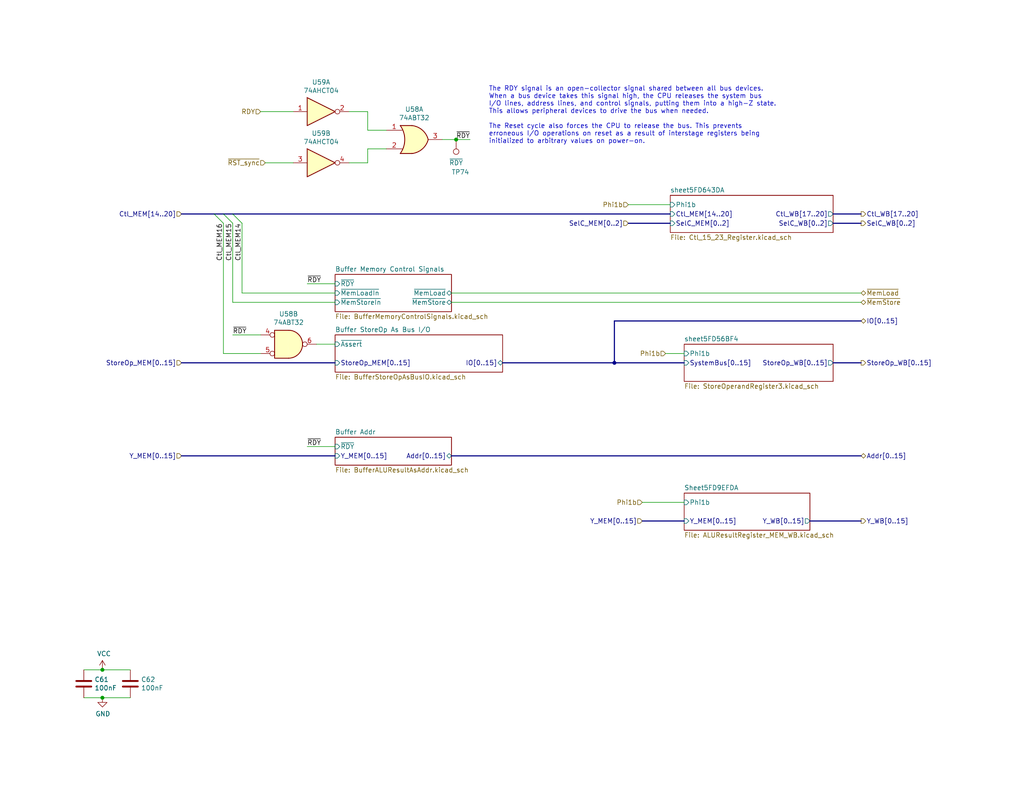
<source format=kicad_sch>
(kicad_sch (version 20230121) (generator eeschema)
  (paper "USLetter")
  (title_block (title "MEM") (date "2022-09-25") (rev "C") (comment 1 "place bus lines into tristate and halt the Phi1 clock.") (comment 2 "Devices on the bus may take the open-collector ~RDY~ signal high to force the CPU to") (comment 3 "These devices connect to the main board via a connector described in another sheet.") (comment 4 "The MEM stage interfaces with memory and memory-mapped peripherals."))
  (lib_symbols
    (symbol "74xx:74LS04"
      (property "Reference" "U" (at 0 1.27 0))
      (property "Value" "74LS04" (at 0 -1.27 0))
      (symbol "74LS04_1_0"
        (polyline (pts (xy -3.81 3.81) (xy -3.81 -3.81) (xy 3.81 0) (xy -3.81 3.81)) (stroke (width 0.254)) (fill (type background)))
        (pin input line (at -7.62 0 0) (length 3.81) (name "~") (number "1"))
        (pin output inverted (at 7.62 0 180) (length 3.81) (name "~") (number "2"))
      )
      (symbol "74LS04_2_0"
        (polyline (pts (xy -3.81 3.81) (xy -3.81 -3.81) (xy 3.81 0) (xy -3.81 3.81)) (stroke (width 0.254)) (fill (type background)))
        (pin input line (at -7.62 0 0) (length 3.81) (name "~") (number "3"))
        (pin output inverted (at 7.62 0 180) (length 3.81) (name "~") (number "4"))
      )
      (symbol "74LS04_3_0"
        (polyline (pts (xy -3.81 3.81) (xy -3.81 -3.81) (xy 3.81 0) (xy -3.81 3.81)) (stroke (width 0.254)) (fill (type background)))
        (pin input line (at -7.62 0 0) (length 3.81) (name "~") (number "5"))
        (pin output inverted (at 7.62 0 180) (length 3.81) (name "~") (number "6"))
      )
      (symbol "74LS04_4_0"
        (polyline (pts (xy -3.81 3.81) (xy -3.81 -3.81) (xy 3.81 0) (xy -3.81 3.81)) (stroke (width 0.254)) (fill (type background)))
        (pin output inverted (at 7.62 0 180) (length 3.81) (name "~") (number "8"))
        (pin input line (at -7.62 0 0) (length 3.81) (name "~") (number "9"))
      )
      (symbol "74LS04_5_0"
        (polyline (pts (xy -3.81 3.81) (xy -3.81 -3.81) (xy 3.81 0) (xy -3.81 3.81)) (stroke (width 0.254)) (fill (type background)))
        (pin output inverted (at 7.62 0 180) (length 3.81) (name "~") (number "10"))
        (pin input line (at -7.62 0 0) (length 3.81) (name "~") (number "11"))
      )
      (symbol "74LS04_6_0"
        (polyline (pts (xy -3.81 3.81) (xy -3.81 -3.81) (xy 3.81 0) (xy -3.81 3.81)) (stroke (width 0.254)) (fill (type background)))
        (pin output inverted (at 7.62 0 180) (length 3.81) (name "~") (number "12"))
        (pin input line (at -7.62 0 0) (length 3.81) (name "~") (number "13"))
      )
      (symbol "74LS04_7_0"
        (pin power_in line (at 0 12.7 270) (length 5.08) (name "VCC") (number "14"))
        (pin power_in line (at 0 -12.7 90) (length 5.08) (name "GND") (number "7"))
      )
      (symbol "74LS04_7_1"
        (rectangle (start -5.08 7.62) (end 5.08 -7.62) (stroke (width 0.254)) (fill (type background)))
      )
    )
    (symbol "74xx:74LS32" (pin_names (offset 1.016))
      (property "Reference" "U" (at 0 1.27 0))
      (property "Value" "74LS32" (at 0 -1.27 0))
      (symbol "74LS32_1_1"
        (arc (start -3.81 -3.81) (mid -2.589 0) (end -3.81 3.81) (stroke (width 0.254)))
        (arc (start -0.6096 -3.81) (mid 2.1842 -2.5851) (end 3.81 0) (stroke (width 0.254)) (fill (type background)))
        (polyline (pts (xy -3.81 -3.81) (xy -0.635 -3.81)) (stroke (width 0.254)) (fill (type background)))
        (polyline (pts (xy -3.81 3.81) (xy -0.635 3.81)) (stroke (width 0.254)) (fill (type background)))
        (polyline (pts (xy -0.635 3.81) (xy -3.81 3.81) (xy -3.81 3.81) (xy -3.556 3.4036) (xy -3.0226 2.2606) (xy -2.6924 1.0414) (xy -2.6162 -0.254) (xy -2.7686 -1.4986) (xy -3.175 -2.7178) (xy -3.81 -3.81) (xy -3.81 -3.81) (xy -0.635 -3.81)) (stroke (width -25.4)) (fill (type background)))
        (arc (start 3.81 0) (mid 2.1915 2.5936) (end -0.6096 3.81) (stroke (width 0.254)) (fill (type background)))
        (pin input line (at -7.62 2.54 0) (length 4.318) (name "~") (number "1"))
        (pin input line (at -7.62 -2.54 0) (length 4.318) (name "~") (number "2"))
        (pin output line (at 7.62 0 180) (length 3.81) (name "~") (number "3"))
      )
      (symbol "74LS32_1_2"
        (arc (start 0 -3.81) (mid 3.7934 0) (end 0 3.81) (stroke (width 0.254)) (fill (type background)))
        (polyline (pts (xy 0 3.81) (xy -3.81 3.81) (xy -3.81 -3.81) (xy 0 -3.81)) (stroke (width 0.254)) (fill (type background)))
        (pin input inverted (at -7.62 2.54 0) (length 3.81) (name "~") (number "1"))
        (pin input inverted (at -7.62 -2.54 0) (length 3.81) (name "~") (number "2"))
        (pin output inverted (at 7.62 0 180) (length 3.81) (name "~") (number "3"))
      )
      (symbol "74LS32_2_1"
        (arc (start -3.81 -3.81) (mid -2.589 0) (end -3.81 3.81) (stroke (width 0.254)))
        (arc (start -0.6096 -3.81) (mid 2.1842 -2.5851) (end 3.81 0) (stroke (width 0.254)) (fill (type background)))
        (polyline (pts (xy -3.81 -3.81) (xy -0.635 -3.81)) (stroke (width 0.254)) (fill (type background)))
        (polyline (pts (xy -3.81 3.81) (xy -0.635 3.81)) (stroke (width 0.254)) (fill (type background)))
        (polyline (pts (xy -0.635 3.81) (xy -3.81 3.81) (xy -3.81 3.81) (xy -3.556 3.4036) (xy -3.0226 2.2606) (xy -2.6924 1.0414) (xy -2.6162 -0.254) (xy -2.7686 -1.4986) (xy -3.175 -2.7178) (xy -3.81 -3.81) (xy -3.81 -3.81) (xy -0.635 -3.81)) (stroke (width -25.4)) (fill (type background)))
        (arc (start 3.81 0) (mid 2.1915 2.5936) (end -0.6096 3.81) (stroke (width 0.254)) (fill (type background)))
        (pin input line (at -7.62 2.54 0) (length 4.318) (name "~") (number "4"))
        (pin input line (at -7.62 -2.54 0) (length 4.318) (name "~") (number "5"))
        (pin output line (at 7.62 0 180) (length 3.81) (name "~") (number "6"))
      )
      (symbol "74LS32_2_2"
        (arc (start 0 -3.81) (mid 3.7934 0) (end 0 3.81) (stroke (width 0.254)) (fill (type background)))
        (polyline (pts (xy 0 3.81) (xy -3.81 3.81) (xy -3.81 -3.81) (xy 0 -3.81)) (stroke (width 0.254)) (fill (type background)))
        (pin input inverted (at -7.62 2.54 0) (length 3.81) (name "~") (number "4"))
        (pin input inverted (at -7.62 -2.54 0) (length 3.81) (name "~") (number "5"))
        (pin output inverted (at 7.62 0 180) (length 3.81) (name "~") (number "6"))
      )
      (symbol "74LS32_3_1"
        (arc (start -3.81 -3.81) (mid -2.589 0) (end -3.81 3.81) (stroke (width 0.254)))
        (arc (start -0.6096 -3.81) (mid 2.1842 -2.5851) (end 3.81 0) (stroke (width 0.254)) (fill (type background)))
        (polyline (pts (xy -3.81 -3.81) (xy -0.635 -3.81)) (stroke (width 0.254)) (fill (type background)))
        (polyline (pts (xy -3.81 3.81) (xy -0.635 3.81)) (stroke (width 0.254)) (fill (type background)))
        (polyline (pts (xy -0.635 3.81) (xy -3.81 3.81) (xy -3.81 3.81) (xy -3.556 3.4036) (xy -3.0226 2.2606) (xy -2.6924 1.0414) (xy -2.6162 -0.254) (xy -2.7686 -1.4986) (xy -3.175 -2.7178) (xy -3.81 -3.81) (xy -3.81 -3.81) (xy -0.635 -3.81)) (stroke (width -25.4)) (fill (type background)))
        (arc (start 3.81 0) (mid 2.1915 2.5936) (end -0.6096 3.81) (stroke (width 0.254)) (fill (type background)))
        (pin input line (at -7.62 -2.54 0) (length 4.318) (name "~") (number "10"))
        (pin output line (at 7.62 0 180) (length 3.81) (name "~") (number "8"))
        (pin input line (at -7.62 2.54 0) (length 4.318) (name "~") (number "9"))
      )
      (symbol "74LS32_3_2"
        (arc (start 0 -3.81) (mid 3.7934 0) (end 0 3.81) (stroke (width 0.254)) (fill (type background)))
        (polyline (pts (xy 0 3.81) (xy -3.81 3.81) (xy -3.81 -3.81) (xy 0 -3.81)) (stroke (width 0.254)) (fill (type background)))
        (pin input inverted (at -7.62 -2.54 0) (length 3.81) (name "~") (number "10"))
        (pin output inverted (at 7.62 0 180) (length 3.81) (name "~") (number "8"))
        (pin input inverted (at -7.62 2.54 0) (length 3.81) (name "~") (number "9"))
      )
      (symbol "74LS32_4_1"
        (arc (start -3.81 -3.81) (mid -2.589 0) (end -3.81 3.81) (stroke (width 0.254)))
        (arc (start -0.6096 -3.81) (mid 2.1842 -2.5851) (end 3.81 0) (stroke (width 0.254)) (fill (type background)))
        (polyline (pts (xy -3.81 -3.81) (xy -0.635 -3.81)) (stroke (width 0.254)) (fill (type background)))
        (polyline (pts (xy -3.81 3.81) (xy -0.635 3.81)) (stroke (width 0.254)) (fill (type background)))
        (polyline (pts (xy -0.635 3.81) (xy -3.81 3.81) (xy -3.81 3.81) (xy -3.556 3.4036) (xy -3.0226 2.2606) (xy -2.6924 1.0414) (xy -2.6162 -0.254) (xy -2.7686 -1.4986) (xy -3.175 -2.7178) (xy -3.81 -3.81) (xy -3.81 -3.81) (xy -0.635 -3.81)) (stroke (width -25.4)) (fill (type background)))
        (arc (start 3.81 0) (mid 2.1915 2.5936) (end -0.6096 3.81) (stroke (width 0.254)) (fill (type background)))
        (pin output line (at 7.62 0 180) (length 3.81) (name "~") (number "11"))
        (pin input line (at -7.62 2.54 0) (length 4.318) (name "~") (number "12"))
        (pin input line (at -7.62 -2.54 0) (length 4.318) (name "~") (number "13"))
      )
      (symbol "74LS32_4_2"
        (arc (start 0 -3.81) (mid 3.7934 0) (end 0 3.81) (stroke (width 0.254)) (fill (type background)))
        (polyline (pts (xy 0 3.81) (xy -3.81 3.81) (xy -3.81 -3.81) (xy 0 -3.81)) (stroke (width 0.254)) (fill (type background)))
        (pin output inverted (at 7.62 0 180) (length 3.81) (name "~") (number "11"))
        (pin input inverted (at -7.62 2.54 0) (length 3.81) (name "~") (number "12"))
        (pin input inverted (at -7.62 -2.54 0) (length 3.81) (name "~") (number "13"))
      )
      (symbol "74LS32_5_0"
        (pin power_in line (at 0 12.7 270) (length 5.08) (name "VCC") (number "14"))
        (pin power_in line (at 0 -12.7 90) (length 5.08) (name "GND") (number "7"))
      )
      (symbol "74LS32_5_1"
        (rectangle (start -5.08 7.62) (end 5.08 -7.62) (stroke (width 0.254)) (fill (type background)))
      )
    )
    (symbol "Connector:TestPoint" (pin_numbers hide) (pin_names (offset 0.762) hide)
      (property "Reference" "TP" (at 0 6.858 0))
      (property "Value" "TestPoint" (at 0 5.08 0))
      (symbol "TestPoint_0_1"
        (circle (center 0 3.302) (radius 0.762))
      )
      (symbol "TestPoint_1_1"
        (pin passive line (at 0 0 90) (length 2.54) (name "1") (number "1"))
      )
    )
    (symbol "Device:C" (pin_numbers hide) (pin_names (offset 0.254))
      (property "Reference" "C" (at 0.635 2.54 0))
      (property "Value" "C" (at 0.635 -2.54 0))
      (symbol "C_0_1"
        (polyline (pts (xy -2.032 -0.762) (xy 2.032 -0.762)) (stroke (width 0.508)))
        (polyline (pts (xy -2.032 0.762) (xy 2.032 0.762)) (stroke (width 0.508)))
      )
      (symbol "C_1_1"
        (pin passive line (at 0 3.81 270) (length 2.794) (name "~") (number "1"))
        (pin passive line (at 0 -3.81 90) (length 2.794) (name "~") (number "2"))
      )
    )
    (symbol "power:GND" (power) (pin_names (offset 0))
      (property "Value" "GND" (at 0 -3.81 0))
      (symbol "GND_0_1"
        (polyline (pts (xy 0 0) (xy 0 -1.27) (xy 1.27 -1.27) (xy 0 -2.54) (xy -1.27 -1.27) (xy 0 -1.27)))
      )
      (symbol "GND_1_1"
        (pin power_in line (at 0 0 270) (length 0) hide (name "GND") (number "1"))
      )
    )
    (symbol "power:VCC" (power) (pin_names (offset 0))
      (property "Value" "VCC" (at 0 3.81 0))
      (symbol "VCC_0_1"
        (polyline (pts (xy -0.762 1.27) (xy 0 2.54)))
        (polyline (pts (xy 0 0) (xy 0 2.54)))
        (polyline (pts (xy 0 2.54) (xy 0.762 1.27)))
      )
      (symbol "VCC_1_1"
        (pin power_in line (at 0 0 90) (length 0) hide (name "VCC") (number "1"))
      )
    )
  )
  (junction (at 27.94 190.5))
  (junction (at -21.59 107.95))
  (junction (at -44.45 146.05))
  (junction (at -21.59 133.35))
  (junction (at -44.45 130.81))
  (junction (at 167.64 99.06))
  (junction (at -21.59 120.65))
  (junction (at -21.59 146.05))
  (junction (at -44.45 140.97))
  (junction (at -44.45 125.73))
  (junction (at 124.46 38.1))
  (junction (at 27.94 182.88))
  (no_connect (at -6.35 146.05))
  (no_connect (at -6.35 107.95))
  (no_connect (at -26.67 128.27))
  (no_connect (at -6.35 133.35))
  (no_connect (at -26.67 143.51))
  (no_connect (at -6.35 120.65))
  (bus_entry (at 58.42 58.42) (size 2.54 2.54))
  (bus_entry (at 63.5 58.42) (size 2.54 2.54))
  (bus_entry (at 60.96 58.42) (size 2.54 2.54))
  (bus (pts (xy 234.95 99.06) (xy 227.33 99.06)))
  (wire (pts (xy 181.61 96.52) (xy 186.69 96.52)))
  (wire (pts (xy -21.59 120.65) (xy -21.59 133.35)))
  (bus (pts (xy 234.95 142.24) (xy 220.98 142.24)))
  (wire (pts (xy 27.94 182.88) (xy 35.56 182.88)))
  (bus (pts (xy 63.5 58.42) (xy 182.88 58.42)))
  (wire (pts (xy 35.56 190.5) (xy 27.94 190.5)))
  (wire (pts (xy -44.45 130.81) (xy -44.45 140.97)))
  (wire (pts (xy 60.96 60.96) (xy 60.96 96.52)))
  (wire (pts (xy 124.46 38.1) (xy 120.65 38.1)))
  (wire (pts (xy 66.04 60.96) (xy 66.04 80.01)))
  (wire (pts (xy -44.45 121.92) (xy -44.45 125.73)))
  (bus (pts (xy 227.33 58.42) (xy 234.95 58.42)))
  (wire (pts (xy -44.45 146.05) (xy -44.45 152.4)))
  (wire (pts (xy 171.45 55.88) (xy 182.88 55.88)))
  (bus (pts (xy 123.19 124.46) (xy 234.95 124.46)))
  (wire (pts (xy -21.59 179.07) (xy -21.59 180.34)))
  (wire (pts (xy 60.96 96.52) (xy 71.12 96.52)))
  (wire (pts (xy -44.45 125.73) (xy -44.45 130.81)))
  (wire (pts (xy -44.45 179.07) (xy -44.45 177.8)))
  (wire (pts (xy 128.27 38.1) (xy 124.46 38.1)))
  (wire (pts (xy 71.12 30.48) (xy 80.01 30.48)))
  (bus (pts (xy 167.64 87.63) (xy 167.64 99.06)))
  (wire (pts (xy -41.91 125.73) (xy -44.45 125.73)))
  (wire (pts (xy 66.04 80.01) (xy 91.44 80.01)))
  (wire (pts (xy 63.5 91.44) (xy 71.12 91.44)))
  (bus (pts (xy 167.64 99.06) (xy 186.69 99.06)))
  (bus (pts (xy 49.53 58.42) (xy 58.42 58.42)))
  (bus (pts (xy 167.64 87.63) (xy 234.95 87.63)))
  (wire (pts (xy -41.91 146.05) (xy -44.45 146.05)))
  (wire (pts (xy -41.91 130.81) (xy -44.45 130.81)))
  (wire (pts (xy 63.5 60.96) (xy 63.5 82.55)))
  (bus (pts (xy 175.26 142.24) (xy 186.69 142.24)))
  (bus (pts (xy 58.42 58.42) (xy 60.96 58.42)))
  (wire (pts (xy 83.82 121.92) (xy 91.44 121.92)))
  (wire (pts (xy -21.59 133.35) (xy -21.59 146.05)))
  (bus (pts (xy 60.96 58.42) (xy 63.5 58.42)))
  (bus (pts (xy 182.88 60.96) (xy 171.45 60.96)))
  (bus (pts (xy 137.16 99.06) (xy 167.64 99.06)))
  (wire (pts (xy -44.45 140.97) (xy -44.45 146.05)))
  (wire (pts (xy -21.59 146.05) (xy -21.59 153.67)))
  (bus (pts (xy 49.53 124.46) (xy 91.44 124.46)))
  (bus (pts (xy 227.33 60.96) (xy 234.95 60.96)))
  (wire (pts (xy -21.59 97.79) (xy -21.59 107.95)))
  (bus (pts (xy 49.53 99.06) (xy 91.44 99.06)))
  (wire (pts (xy 100.33 30.48) (xy 100.33 35.56)))
  (wire (pts (xy 80.01 44.45) (xy 72.39 44.45)))
  (wire (pts (xy -21.59 107.95) (xy -21.59 120.65)))
  (wire (pts (xy 86.36 93.98) (xy 91.44 93.98)))
  (wire (pts (xy 234.95 82.55) (xy 123.19 82.55)))
  (wire (pts (xy 123.19 80.01) (xy 234.95 80.01)))
  (wire (pts (xy 27.94 190.5) (xy 22.86 190.5)))
  (wire (pts (xy 63.5 82.55) (xy 91.44 82.55)))
  (wire (pts (xy 100.33 44.45) (xy 95.25 44.45)))
  (wire (pts (xy 95.25 30.48) (xy 100.33 30.48)))
  (wire (pts (xy -41.91 140.97) (xy -44.45 140.97)))
  (wire (pts (xy 83.82 77.47) (xy 91.44 77.47)))
  (wire (pts (xy 100.33 35.56) (xy 105.41 35.56)))
  (wire (pts (xy 175.26 137.16) (xy 186.69 137.16)))
  (wire (pts (xy 105.41 40.64) (xy 100.33 40.64)))
  (wire (pts (xy 100.33 40.64) (xy 100.33 44.45)))
  (wire (pts (xy 22.86 182.88) (xy 27.94 182.88)))
  (text "The RDY signal is an open-collector signal shared between all bus devices.\nWhen a bus device takes this signal high, the CPU releases the system bus\nI/O lines, address lines, and control signals, putting them into a high-Z state.\nThis allows peripheral devices to drive the bus when needed.\n\nThe Reset cycle also forces the CPU to release the bus. This prevents\nerroneous I/O operations on reset as a result of interstage registers being\ninitialized to arbitrary values on power-on." (at 133.35 39.37 0) (effects (font (size 1.27 1.27)) (justify left bottom)))
  (label "Ctl_MEM15" (at 63.5 60.96 270))
  (label "Ctl_MEM14" (at 66.04 60.96 270))
  (label "~{RDY}" (at 83.82 77.47 0))
  (label "Ctl_MEM16" (at 60.96 60.96 270))
  (label "~{RDY}" (at 83.82 121.92 0))
  (label "~{RDY}" (at 128.27 38.1 180))
  (label "~{RDY}" (at 63.5 91.44 0))
  (hierarchical_label "Phi1b" (shape input) (at 175.26 137.16 180))
  (hierarchical_label "Phi1b" (shape input) (at 181.61 96.52 180))
  (hierarchical_label "Y_WB[0..15]" (shape output) (at 234.95 142.24 0))
  (hierarchical_label "~{MemStore}" (shape tri_state) (at 234.95 82.55 0))
  (hierarchical_label "Y_MEM[0..15]" (shape input) (at 175.26 142.24 180))
  (hierarchical_label "Y_MEM[0..15]" (shape input) (at 49.53 124.46 180))
  (hierarchical_label "~{RST_sync}" (shape input) (at 72.39 44.45 180))
  (hierarchical_label "Phi1b" (shape input) (at 171.45 55.88 180))
  (hierarchical_label "IO[0..15]" (shape tri_state) (at 234.95 87.63 0))
  (hierarchical_label "RDY" (shape input) (at 71.12 30.48 180))
  (hierarchical_label "Ctl_WB[17..20]" (shape output) (at 234.95 58.42 0))
  (hierarchical_label "Ctl_MEM[14..20]" (shape input) (at 49.53 58.42 180))
  (hierarchical_label "StoreOp_WB[0..15]" (shape output) (at 234.95 99.06 0))
  (hierarchical_label "~{MemLoad}" (shape tri_state) (at 234.95 80.01 0))
  (hierarchical_label "SelC_WB[0..2]" (shape output) (at 234.95 60.96 0))
  (hierarchical_label "Addr[0..15]" (shape tri_state) (at 234.95 124.46 0))
  (hierarchical_label "SelC_MEM[0..2]" (shape input) (at 171.45 60.96 180))
  (hierarchical_label "StoreOp_MEM[0..15]" (shape input) (at 49.53 99.06 180))
  (symbol (lib_id "74xx:74LS04") (at 87.63 30.48 0) (unit 1)
    (property "Reference" "U59" (at 87.63 22.4282 0))
    (property "Value" "74AHCT04" (at 87.63 24.7396 0))
    (property "Footprint" "Package_SO:TSSOP-14_4.4x5mm_P0.65mm" (effects hide))
    (property "Datasheet" "http://www.ti.com/lit/gpn/sn74LS04" (effects hide))
    (property "Mouser" "https://www.mouser.com/ProductDetail/771-AHCT04PW112" (effects hide))
  )
  (symbol (lib_id "74xx:74LS04") (at -21.59 166.37 0) (unit 7)
    (property "Reference" "U59" (at -21.59 165.1 0))
    (property "Value" "74AHCT04" (at -21.59 167.64 0))
    (property "Footprint" "Package_SO:TSSOP-14_4.4x5mm_P0.65mm" (effects hide))
    (property "Datasheet" "http://www.ti.com/lit/gpn/sn74LS04" (effects hide))
    (property "Mouser" "https://www.mouser.com/ProductDetail/771-AHCT04PW112" (effects hide))
  )
  (symbol (lib_id "74xx:74LS04") (at -13.97 146.05 0) (unit 6)
    (property "Reference" "U59" (at -13.97 137.9982 0))
    (property "Value" "74AHCT04" (at -13.97 140.3096 0))
    (property "Footprint" "Package_SO:TSSOP-14_4.4x5mm_P0.65mm" (effects hide))
    (property "Datasheet" "http://www.ti.com/lit/gpn/sn74LS04" (effects hide))
    (property "Mouser" "https://www.mouser.com/ProductDetail/771-AHCT04PW112" (effects hide))
  )
  (symbol (lib_id "74xx:74LS04") (at -13.97 133.35 0) (unit 5)
    (property "Reference" "U59" (at -13.97 125.2982 0))
    (property "Value" "74AHCT04" (at -13.97 127.6096 0))
    (property "Footprint" "Package_SO:TSSOP-14_4.4x5mm_P0.65mm" (effects hide))
    (property "Datasheet" "http://www.ti.com/lit/gpn/sn74LS04" (effects hide))
    (property "Mouser" "https://www.mouser.com/ProductDetail/771-AHCT04PW112" (effects hide))
  )
  (symbol (lib_id "74xx:74LS04") (at -13.97 120.65 0) (unit 4)
    (property "Reference" "U59" (at -13.97 112.5982 0))
    (property "Value" "74AHCT04" (at -13.97 114.9096 0))
    (property "Footprint" "Package_SO:TSSOP-14_4.4x5mm_P0.65mm" (effects hide))
    (property "Datasheet" "http://www.ti.com/lit/gpn/sn74LS04" (effects hide))
    (property "Mouser" "https://www.mouser.com/ProductDetail/771-AHCT04PW112" (effects hide))
  )
  (symbol (lib_id "74xx:74LS04") (at -13.97 107.95 0) (unit 3)
    (property "Reference" "U59" (at -13.97 99.8982 0))
    (property "Value" "74AHCT04" (at -13.97 102.2096 0))
    (property "Footprint" "Package_SO:TSSOP-14_4.4x5mm_P0.65mm" (effects hide))
    (property "Datasheet" "http://www.ti.com/lit/gpn/sn74LS04" (effects hide))
    (property "Mouser" "https://www.mouser.com/ProductDetail/771-AHCT04PW112" (effects hide))
  )
  (symbol (lib_id "power:VCC") (at -21.59 97.79 0) (unit 1)
    (property "Reference" "#PWR0320" (effects hide))
    (property "Value" "VCC" (at -21.1582 93.3958 0))
  )
  (symbol (lib_id "power:GND") (at -21.59 180.34 0) (mirror y) (unit 1)
    (property "Reference" "#PWR0321" (effects hide))
    (property "Value" "GND" (at -21.717 184.7342 0))
  )
  (symbol (lib_id "74xx:74LS04") (at 87.63 44.45 0) (unit 2)
    (property "Reference" "U59" (at 87.63 36.3982 0))
    (property "Value" "74AHCT04" (at 87.63 38.7096 0))
    (property "Footprint" "Package_SO:TSSOP-14_4.4x5mm_P0.65mm" (effects hide))
    (property "Datasheet" "http://www.ti.com/lit/gpn/sn74LS04" (effects hide))
    (property "Mouser" "https://www.mouser.com/ProductDetail/771-AHCT04PW112" (effects hide))
  )
  (symbol (lib_id "power:GND") (at 27.94 190.5 0) (unit 1)
    (property "Reference" "#PWR0323" (effects hide))
    (property "Value" "GND" (at 28.067 194.8942 0))
  )
  (symbol (lib_id "power:VCC") (at 27.94 182.88 0) (unit 1)
    (property "Reference" "#PWR0322" (effects hide))
    (property "Value" "VCC" (at 28.3718 178.4858 0))
  )
  (symbol (lib_id "Device:C") (at 22.86 186.69 0) (unit 1)
    (property "Reference" "C61" (at 25.781 185.5216 0) (effects (justify left)))
    (property "Value" "100nF" (at 25.781 187.833 0) (effects (justify left)))
    (property "Footprint" "Capacitor_SMD:C_0603_1608Metric_Pad1.08x0.95mm_HandSolder" (effects hide))
    (property "Mouser" "https://www.mouser.com/ProductDetail/963-EMK107B7104KAHT" (effects hide))
  )
  (symbol (lib_id "power:VCC") (at -44.45 121.92 0) (unit 1)
    (property "Reference" "#PWR0318" (effects hide))
    (property "Value" "VCC" (at -44.0182 117.5258 0))
  )
  (symbol (lib_id "power:GND") (at -44.45 179.07 0) (unit 1)
    (property "Reference" "#PWR0319" (effects hide))
    (property "Value" "GND" (at -44.323 183.4642 0))
  )
  (symbol (lib_id "74xx:74LS32") (at 78.74 93.98 0) (unit 2) (convert 2)
    (property "Reference" "U58" (at 78.74 85.725 0))
    (property "Value" "74ABT32" (at 78.74 88.0364 0))
    (property "Footprint" "Package_SO:TSSOP-14_4.4x5mm_P0.65mm" (effects hide))
    (property "Datasheet" "http://www.ti.com/lit/gpn/sn74LS32" (effects hide))
    (property "Mouser" "https://www.mouser.com/ProductDetail/Nexperia/74ABT32PW118?qs=P62ublwmbi%2FkuIVV181WGQ%3D%3D" (effects hide))
  )
  (symbol (lib_id "74xx:74LS32") (at -34.29 128.27 0) (unit 3)
    (property "Reference" "U58" (at -34.29 120.015 0))
    (property "Value" "74ABT32" (at -34.29 122.3264 0))
    (property "Footprint" "Package_SO:TSSOP-14_4.4x5mm_P0.65mm" (effects hide))
    (property "Datasheet" "http://www.ti.com/lit/gpn/sn74LS32" (effects hide))
    (property "Mouser" "https://www.mouser.com/ProductDetail/Nexperia/74ABT32PW118?qs=P62ublwmbi%2FkuIVV181WGQ%3D%3D" (effects hide))
  )
  (symbol (lib_id "74xx:74LS32") (at -34.29 143.51 0) (unit 4)
    (property "Reference" "U58" (at -34.29 135.255 0))
    (property "Value" "74ABT32" (at -34.29 137.5664 0))
    (property "Footprint" "Package_SO:TSSOP-14_4.4x5mm_P0.65mm" (effects hide))
    (property "Datasheet" "http://www.ti.com/lit/gpn/sn74LS32" (effects hide))
    (property "Mouser" "https://www.mouser.com/ProductDetail/Nexperia/74ABT32PW118?qs=P62ublwmbi%2FkuIVV181WGQ%3D%3D" (effects hide))
  )
  (symbol (lib_id "74xx:74LS32") (at -44.45 165.1 0) (unit 5)
    (property "Reference" "U58" (at -38.608 163.9316 0) (effects (justify left)))
    (property "Value" "74ABT32" (at -38.608 166.243 0) (effects (justify left)))
    (property "Footprint" "Package_SO:TSSOP-14_4.4x5mm_P0.65mm" (effects hide))
    (property "Datasheet" "http://www.ti.com/lit/gpn/sn74LS32" (effects hide))
    (property "Mouser" "https://www.mouser.com/ProductDetail/Nexperia/74ABT32PW118?qs=P62ublwmbi%2FkuIVV181WGQ%3D%3D" (effects hide))
  )
  (symbol (lib_id "74xx:74LS32") (at 113.03 38.1 0) (unit 1)
    (property "Reference" "U58" (at 113.03 29.845 0))
    (property "Value" "74ABT32" (at 113.03 32.1564 0))
    (property "Footprint" "Package_SO:TSSOP-14_4.4x5mm_P0.65mm" (effects hide))
    (property "Datasheet" "http://www.ti.com/lit/gpn/sn74LS32" (effects hide))
    (property "Mouser" "https://www.mouser.com/ProductDetail/Nexperia/74ABT32PW118?qs=P62ublwmbi%2FkuIVV181WGQ%3D%3D" (effects hide))
  )
  (symbol (lib_id "Device:C") (at 35.56 186.69 0) (unit 1)
    (property "Reference" "C62" (at 38.481 185.5216 0) (effects (justify left)))
    (property "Value" "100nF" (at 38.481 187.833 0) (effects (justify left)))
    (property "Footprint" "Capacitor_SMD:C_0603_1608Metric_Pad1.08x0.95mm_HandSolder" (effects hide))
    (property "Mouser" "https://www.mouser.com/ProductDetail/963-EMK107B7104KAHT" (effects hide))
  )
  (symbol (lib_id "Connector:TestPoint") (at 124.46 38.1 0) (mirror x) (unit 1)
    (property "Reference" "TP74" (at 123.19 46.99 0) (effects (justify left)))
    (property "Value" "~{RDY}" (at 124.46 44.45 0))
    (property "Footprint" "TestPoint:TestPoint_Pad_D1.0mm" (effects hide))
  )
  (sheet (at 91.44 74.93) (size 31.75 10.16)
    (property "Sheetname" "Buffer Memory Control Signals" (at 91.44 74.2184 0) (effects (justify left bottom)))
    (property "Sheetfile" "BufferMemoryControlSignals.kicad_sch" (at 91.44 85.6746 0) (effects (justify left top)))
    (pin "~{MemLoadIn}" input (at 91.44 80.01 180))
    (pin "~{MemStoreIn}" input (at 91.44 82.55 180))
    (pin "~{MemLoad}" tri_state (at 123.19 80.01 0))
    (pin "~{MemStore}" tri_state (at 123.19 82.55 0))
    (pin "~{RDY}" input (at 91.44 77.47 180))
  )
  (sheet (at 91.44 119.38) (size 31.75 7.62)
    (property "Sheetname" "Buffer Addr" (at 91.44 118.6684 0) (effects (justify left bottom)))
    (property "Sheetfile" "BufferALUResultAsAddr.kicad_sch" (at 91.44 127.5846 0) (effects (justify left top)))
    (pin "~{RDY}" input (at 91.44 121.92 180))
    (pin "Addr[0..15]" tri_state (at 123.19 124.46 0))
    (pin "Y_MEM[0..15]" input (at 91.44 124.46 180))
  )
  (sheet (at 186.69 93.98) (size 40.64 10.16)
    (property "Sheetname" "sheet5FD56BF4" (at 186.69 93.2684 0) (effects (justify left bottom)))
    (property "Sheetfile" "StoreOperandRegister3.kicad_sch" (at 186.69 104.7246 0) (effects (justify left top)))
    (pin "SystemBus[0..15]" input (at 186.69 99.06 180))
    (pin "StoreOp_WB[0..15]" output (at 227.33 99.06 0))
    (pin "Phi1b" input (at 186.69 96.52 180))
  )
  (sheet (at 182.88 53.34) (size 44.45 10.16)
    (property "Sheetname" "sheet5FD643DA" (at 182.88 52.6284 0) (effects (justify left bottom)))
    (property "Sheetfile" "Ctl_15_23_Register.kicad_sch" (at 182.88 64.0846 0) (effects (justify left top)))
    (pin "SelC_MEM[0..2]" input (at 182.88 60.96 180))
    (pin "SelC_WB[0..2]" output (at 227.33 60.96 0))
    (pin "Ctl_WB[17..20]" output (at 227.33 58.42 0))
    (pin "Ctl_MEM[14..20]" input (at 182.88 58.42 180))
    (pin "Phi1b" input (at 182.88 55.88 180))
  )
  (sheet (at 186.69 134.62) (size 34.29 10.16)
    (property "Sheetname" "Sheet5FD9EFDA" (at 186.69 133.9084 0) (effects (justify left bottom)))
    (property "Sheetfile" "ALUResultRegister_MEM_WB.kicad_sch" (at 186.69 145.3646 0) (effects (justify left top)))
    (pin "Y_MEM[0..15]" input (at 186.69 142.24 180))
    (pin "Y_WB[0..15]" output (at 220.98 142.24 0))
    (pin "Phi1b" input (at 186.69 137.16 180))
  )
  (sheet (at 91.44 91.44) (size 45.72 10.16)
    (property "Sheetname" "Buffer StoreOp As Bus I/O" (at 91.44 90.7284 0) (effects (justify left bottom)))
    (property "Sheetfile" "BufferStoreOpAsBusIO.kicad_sch" (at 91.44 102.1846 0) (effects (justify left top)))
    (pin "IO[0..15]" tri_state (at 137.16 99.06 0))
    (pin "StoreOp_MEM[0..15]" input (at 91.44 99.06 180))
    (pin "~{Assert}" input (at 91.44 93.98 180))
  )
)
</source>
